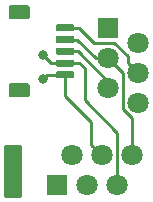
<source format=gtl>
G04 #@! TF.GenerationSoftware,KiCad,Pcbnew,5.0.2-bee76a0~70~ubuntu18.04.1*
G04 #@! TF.CreationDate,2018-12-18T05:27:10+01:00*
G04 #@! TF.ProjectId,myoelectronics_spi_harness_to_motor_controller_adapter,6d796f65-6c65-4637-9472-6f6e6963735f,rev?*
G04 #@! TF.SameCoordinates,Original*
G04 #@! TF.FileFunction,Copper,L1,Top*
G04 #@! TF.FilePolarity,Positive*
%FSLAX46Y46*%
G04 Gerber Fmt 4.6, Leading zero omitted, Abs format (unit mm)*
G04 Created by KiCad (PCBNEW 5.0.2-bee76a0~70~ubuntu18.04.1) date Tue 18 Dec 2018 05:27:10 CET*
%MOMM*%
%LPD*%
G01*
G04 APERTURE LIST*
G04 #@! TA.AperFunction,ComponentPad*
%ADD10C,1.800000*%
G04 #@! TD*
G04 #@! TA.AperFunction,ComponentPad*
%ADD11R,1.800000X1.800000*%
G04 #@! TD*
G04 #@! TA.AperFunction,Conductor*
%ADD12C,0.100000*%
G04 #@! TD*
G04 #@! TA.AperFunction,SMDPad,CuDef*
%ADD13C,0.600000*%
G04 #@! TD*
G04 #@! TA.AperFunction,SMDPad,CuDef*
%ADD14C,1.200000*%
G04 #@! TD*
G04 #@! TA.AperFunction,ViaPad*
%ADD15C,0.800000*%
G04 #@! TD*
G04 #@! TA.AperFunction,Conductor*
%ADD16C,0.250000*%
G04 #@! TD*
G04 #@! TA.AperFunction,NonConductor*
%ADD17C,0.254000*%
G04 #@! TD*
G04 APERTURE END LIST*
D10*
G04 #@! TO.P,SPI_OUT2,4*
G04 #@! TO.N,/MISO*
X135560000Y-89460000D03*
G04 #@! TO.P,SPI_OUT2,3*
G04 #@! TO.N,/SS*
X134290000Y-92000000D03*
G04 #@! TO.P,SPI_OUT2,2*
G04 #@! TO.N,/GND*
X133020000Y-89460000D03*
D11*
G04 #@! TO.P,SPI_OUT2,1*
G04 #@! TO.N,Net-(J3-Pad1)*
X131750000Y-92000000D03*
D10*
G04 #@! TO.P,SPI_OUT2,5*
G04 #@! TO.N,/MOSI*
X136830000Y-92000000D03*
G04 #@! TO.P,SPI_OUT2,6*
G04 #@! TO.N,/SCK*
X138100000Y-89460000D03*
G04 #@! TD*
G04 #@! TO.P,SPI_IN,6*
G04 #@! TO.N,/GND*
X138665001Y-85050001D03*
G04 #@! TO.P,SPI_IN,5*
G04 #@! TO.N,/SS*
X136125001Y-83780001D03*
D11*
G04 #@! TO.P,SPI_IN,1*
G04 #@! TO.N,/MOSI*
X136125001Y-78700001D03*
D10*
G04 #@! TO.P,SPI_IN,2*
G04 #@! TO.N,/MISO*
X138665001Y-79970001D03*
G04 #@! TO.P,SPI_IN,3*
G04 #@! TO.N,/SCK*
X136125001Y-81240001D03*
G04 #@! TO.P,SPI_IN,4*
G04 #@! TO.N,/GND*
X138665001Y-82510001D03*
G04 #@! TD*
D12*
G04 #@! TO.N,/GND*
G04 #@! TO.C,SPI_OUT1*
G36*
X133089703Y-78350722D02*
X133104264Y-78352882D01*
X133118543Y-78356459D01*
X133132403Y-78361418D01*
X133145710Y-78367712D01*
X133158336Y-78375280D01*
X133170159Y-78384048D01*
X133181066Y-78393934D01*
X133190952Y-78404841D01*
X133199720Y-78416664D01*
X133207288Y-78429290D01*
X133213582Y-78442597D01*
X133218541Y-78456457D01*
X133222118Y-78470736D01*
X133224278Y-78485297D01*
X133225000Y-78500000D01*
X133225000Y-78800000D01*
X133224278Y-78814703D01*
X133222118Y-78829264D01*
X133218541Y-78843543D01*
X133213582Y-78857403D01*
X133207288Y-78870710D01*
X133199720Y-78883336D01*
X133190952Y-78895159D01*
X133181066Y-78906066D01*
X133170159Y-78915952D01*
X133158336Y-78924720D01*
X133145710Y-78932288D01*
X133132403Y-78938582D01*
X133118543Y-78943541D01*
X133104264Y-78947118D01*
X133089703Y-78949278D01*
X133075000Y-78950000D01*
X131825000Y-78950000D01*
X131810297Y-78949278D01*
X131795736Y-78947118D01*
X131781457Y-78943541D01*
X131767597Y-78938582D01*
X131754290Y-78932288D01*
X131741664Y-78924720D01*
X131729841Y-78915952D01*
X131718934Y-78906066D01*
X131709048Y-78895159D01*
X131700280Y-78883336D01*
X131692712Y-78870710D01*
X131686418Y-78857403D01*
X131681459Y-78843543D01*
X131677882Y-78829264D01*
X131675722Y-78814703D01*
X131675000Y-78800000D01*
X131675000Y-78500000D01*
X131675722Y-78485297D01*
X131677882Y-78470736D01*
X131681459Y-78456457D01*
X131686418Y-78442597D01*
X131692712Y-78429290D01*
X131700280Y-78416664D01*
X131709048Y-78404841D01*
X131718934Y-78393934D01*
X131729841Y-78384048D01*
X131741664Y-78375280D01*
X131754290Y-78367712D01*
X131767597Y-78361418D01*
X131781457Y-78356459D01*
X131795736Y-78352882D01*
X131810297Y-78350722D01*
X131825000Y-78350000D01*
X133075000Y-78350000D01*
X133089703Y-78350722D01*
X133089703Y-78350722D01*
G37*
D13*
G04 #@! TD*
G04 #@! TO.P,SPI_OUT1,1*
G04 #@! TO.N,/GND*
X132450000Y-78650000D03*
D12*
G04 #@! TO.N,/SCK*
G04 #@! TO.C,SPI_OUT1*
G36*
X133089703Y-79350722D02*
X133104264Y-79352882D01*
X133118543Y-79356459D01*
X133132403Y-79361418D01*
X133145710Y-79367712D01*
X133158336Y-79375280D01*
X133170159Y-79384048D01*
X133181066Y-79393934D01*
X133190952Y-79404841D01*
X133199720Y-79416664D01*
X133207288Y-79429290D01*
X133213582Y-79442597D01*
X133218541Y-79456457D01*
X133222118Y-79470736D01*
X133224278Y-79485297D01*
X133225000Y-79500000D01*
X133225000Y-79800000D01*
X133224278Y-79814703D01*
X133222118Y-79829264D01*
X133218541Y-79843543D01*
X133213582Y-79857403D01*
X133207288Y-79870710D01*
X133199720Y-79883336D01*
X133190952Y-79895159D01*
X133181066Y-79906066D01*
X133170159Y-79915952D01*
X133158336Y-79924720D01*
X133145710Y-79932288D01*
X133132403Y-79938582D01*
X133118543Y-79943541D01*
X133104264Y-79947118D01*
X133089703Y-79949278D01*
X133075000Y-79950000D01*
X131825000Y-79950000D01*
X131810297Y-79949278D01*
X131795736Y-79947118D01*
X131781457Y-79943541D01*
X131767597Y-79938582D01*
X131754290Y-79932288D01*
X131741664Y-79924720D01*
X131729841Y-79915952D01*
X131718934Y-79906066D01*
X131709048Y-79895159D01*
X131700280Y-79883336D01*
X131692712Y-79870710D01*
X131686418Y-79857403D01*
X131681459Y-79843543D01*
X131677882Y-79829264D01*
X131675722Y-79814703D01*
X131675000Y-79800000D01*
X131675000Y-79500000D01*
X131675722Y-79485297D01*
X131677882Y-79470736D01*
X131681459Y-79456457D01*
X131686418Y-79442597D01*
X131692712Y-79429290D01*
X131700280Y-79416664D01*
X131709048Y-79404841D01*
X131718934Y-79393934D01*
X131729841Y-79384048D01*
X131741664Y-79375280D01*
X131754290Y-79367712D01*
X131767597Y-79361418D01*
X131781457Y-79356459D01*
X131795736Y-79352882D01*
X131810297Y-79350722D01*
X131825000Y-79350000D01*
X133075000Y-79350000D01*
X133089703Y-79350722D01*
X133089703Y-79350722D01*
G37*
D13*
G04 #@! TD*
G04 #@! TO.P,SPI_OUT1,2*
G04 #@! TO.N,/SCK*
X132450000Y-79650000D03*
D12*
G04 #@! TO.N,/SS*
G04 #@! TO.C,SPI_OUT1*
G36*
X133089703Y-80350722D02*
X133104264Y-80352882D01*
X133118543Y-80356459D01*
X133132403Y-80361418D01*
X133145710Y-80367712D01*
X133158336Y-80375280D01*
X133170159Y-80384048D01*
X133181066Y-80393934D01*
X133190952Y-80404841D01*
X133199720Y-80416664D01*
X133207288Y-80429290D01*
X133213582Y-80442597D01*
X133218541Y-80456457D01*
X133222118Y-80470736D01*
X133224278Y-80485297D01*
X133225000Y-80500000D01*
X133225000Y-80800000D01*
X133224278Y-80814703D01*
X133222118Y-80829264D01*
X133218541Y-80843543D01*
X133213582Y-80857403D01*
X133207288Y-80870710D01*
X133199720Y-80883336D01*
X133190952Y-80895159D01*
X133181066Y-80906066D01*
X133170159Y-80915952D01*
X133158336Y-80924720D01*
X133145710Y-80932288D01*
X133132403Y-80938582D01*
X133118543Y-80943541D01*
X133104264Y-80947118D01*
X133089703Y-80949278D01*
X133075000Y-80950000D01*
X131825000Y-80950000D01*
X131810297Y-80949278D01*
X131795736Y-80947118D01*
X131781457Y-80943541D01*
X131767597Y-80938582D01*
X131754290Y-80932288D01*
X131741664Y-80924720D01*
X131729841Y-80915952D01*
X131718934Y-80906066D01*
X131709048Y-80895159D01*
X131700280Y-80883336D01*
X131692712Y-80870710D01*
X131686418Y-80857403D01*
X131681459Y-80843543D01*
X131677882Y-80829264D01*
X131675722Y-80814703D01*
X131675000Y-80800000D01*
X131675000Y-80500000D01*
X131675722Y-80485297D01*
X131677882Y-80470736D01*
X131681459Y-80456457D01*
X131686418Y-80442597D01*
X131692712Y-80429290D01*
X131700280Y-80416664D01*
X131709048Y-80404841D01*
X131718934Y-80393934D01*
X131729841Y-80384048D01*
X131741664Y-80375280D01*
X131754290Y-80367712D01*
X131767597Y-80361418D01*
X131781457Y-80356459D01*
X131795736Y-80352882D01*
X131810297Y-80350722D01*
X131825000Y-80350000D01*
X133075000Y-80350000D01*
X133089703Y-80350722D01*
X133089703Y-80350722D01*
G37*
D13*
G04 #@! TD*
G04 #@! TO.P,SPI_OUT1,3*
G04 #@! TO.N,/SS*
X132450000Y-80650000D03*
D12*
G04 #@! TO.N,/MOSI*
G04 #@! TO.C,SPI_OUT1*
G36*
X133089703Y-81350722D02*
X133104264Y-81352882D01*
X133118543Y-81356459D01*
X133132403Y-81361418D01*
X133145710Y-81367712D01*
X133158336Y-81375280D01*
X133170159Y-81384048D01*
X133181066Y-81393934D01*
X133190952Y-81404841D01*
X133199720Y-81416664D01*
X133207288Y-81429290D01*
X133213582Y-81442597D01*
X133218541Y-81456457D01*
X133222118Y-81470736D01*
X133224278Y-81485297D01*
X133225000Y-81500000D01*
X133225000Y-81800000D01*
X133224278Y-81814703D01*
X133222118Y-81829264D01*
X133218541Y-81843543D01*
X133213582Y-81857403D01*
X133207288Y-81870710D01*
X133199720Y-81883336D01*
X133190952Y-81895159D01*
X133181066Y-81906066D01*
X133170159Y-81915952D01*
X133158336Y-81924720D01*
X133145710Y-81932288D01*
X133132403Y-81938582D01*
X133118543Y-81943541D01*
X133104264Y-81947118D01*
X133089703Y-81949278D01*
X133075000Y-81950000D01*
X131825000Y-81950000D01*
X131810297Y-81949278D01*
X131795736Y-81947118D01*
X131781457Y-81943541D01*
X131767597Y-81938582D01*
X131754290Y-81932288D01*
X131741664Y-81924720D01*
X131729841Y-81915952D01*
X131718934Y-81906066D01*
X131709048Y-81895159D01*
X131700280Y-81883336D01*
X131692712Y-81870710D01*
X131686418Y-81857403D01*
X131681459Y-81843543D01*
X131677882Y-81829264D01*
X131675722Y-81814703D01*
X131675000Y-81800000D01*
X131675000Y-81500000D01*
X131675722Y-81485297D01*
X131677882Y-81470736D01*
X131681459Y-81456457D01*
X131686418Y-81442597D01*
X131692712Y-81429290D01*
X131700280Y-81416664D01*
X131709048Y-81404841D01*
X131718934Y-81393934D01*
X131729841Y-81384048D01*
X131741664Y-81375280D01*
X131754290Y-81367712D01*
X131767597Y-81361418D01*
X131781457Y-81356459D01*
X131795736Y-81352882D01*
X131810297Y-81350722D01*
X131825000Y-81350000D01*
X133075000Y-81350000D01*
X133089703Y-81350722D01*
X133089703Y-81350722D01*
G37*
D13*
G04 #@! TD*
G04 #@! TO.P,SPI_OUT1,4*
G04 #@! TO.N,/MOSI*
X132450000Y-81650000D03*
D12*
G04 #@! TO.N,/MISO*
G04 #@! TO.C,SPI_OUT1*
G36*
X133089703Y-82350722D02*
X133104264Y-82352882D01*
X133118543Y-82356459D01*
X133132403Y-82361418D01*
X133145710Y-82367712D01*
X133158336Y-82375280D01*
X133170159Y-82384048D01*
X133181066Y-82393934D01*
X133190952Y-82404841D01*
X133199720Y-82416664D01*
X133207288Y-82429290D01*
X133213582Y-82442597D01*
X133218541Y-82456457D01*
X133222118Y-82470736D01*
X133224278Y-82485297D01*
X133225000Y-82500000D01*
X133225000Y-82800000D01*
X133224278Y-82814703D01*
X133222118Y-82829264D01*
X133218541Y-82843543D01*
X133213582Y-82857403D01*
X133207288Y-82870710D01*
X133199720Y-82883336D01*
X133190952Y-82895159D01*
X133181066Y-82906066D01*
X133170159Y-82915952D01*
X133158336Y-82924720D01*
X133145710Y-82932288D01*
X133132403Y-82938582D01*
X133118543Y-82943541D01*
X133104264Y-82947118D01*
X133089703Y-82949278D01*
X133075000Y-82950000D01*
X131825000Y-82950000D01*
X131810297Y-82949278D01*
X131795736Y-82947118D01*
X131781457Y-82943541D01*
X131767597Y-82938582D01*
X131754290Y-82932288D01*
X131741664Y-82924720D01*
X131729841Y-82915952D01*
X131718934Y-82906066D01*
X131709048Y-82895159D01*
X131700280Y-82883336D01*
X131692712Y-82870710D01*
X131686418Y-82857403D01*
X131681459Y-82843543D01*
X131677882Y-82829264D01*
X131675722Y-82814703D01*
X131675000Y-82800000D01*
X131675000Y-82500000D01*
X131675722Y-82485297D01*
X131677882Y-82470736D01*
X131681459Y-82456457D01*
X131686418Y-82442597D01*
X131692712Y-82429290D01*
X131700280Y-82416664D01*
X131709048Y-82404841D01*
X131718934Y-82393934D01*
X131729841Y-82384048D01*
X131741664Y-82375280D01*
X131754290Y-82367712D01*
X131767597Y-82361418D01*
X131781457Y-82356459D01*
X131795736Y-82352882D01*
X131810297Y-82350722D01*
X131825000Y-82350000D01*
X133075000Y-82350000D01*
X133089703Y-82350722D01*
X133089703Y-82350722D01*
G37*
D13*
G04 #@! TD*
G04 #@! TO.P,SPI_OUT1,5*
G04 #@! TO.N,/MISO*
X132450000Y-82650000D03*
D12*
G04 #@! TO.N,N/C*
G04 #@! TO.C,SPI_OUT1*
G36*
X129249505Y-76751204D02*
X129273773Y-76754804D01*
X129297572Y-76760765D01*
X129320671Y-76769030D01*
X129342850Y-76779520D01*
X129363893Y-76792132D01*
X129383599Y-76806747D01*
X129401777Y-76823223D01*
X129418253Y-76841401D01*
X129432868Y-76861107D01*
X129445480Y-76882150D01*
X129455970Y-76904329D01*
X129464235Y-76927428D01*
X129470196Y-76951227D01*
X129473796Y-76975495D01*
X129475000Y-76999999D01*
X129475000Y-77700001D01*
X129473796Y-77724505D01*
X129470196Y-77748773D01*
X129464235Y-77772572D01*
X129455970Y-77795671D01*
X129445480Y-77817850D01*
X129432868Y-77838893D01*
X129418253Y-77858599D01*
X129401777Y-77876777D01*
X129383599Y-77893253D01*
X129363893Y-77907868D01*
X129342850Y-77920480D01*
X129320671Y-77930970D01*
X129297572Y-77939235D01*
X129273773Y-77945196D01*
X129249505Y-77948796D01*
X129225001Y-77950000D01*
X127924999Y-77950000D01*
X127900495Y-77948796D01*
X127876227Y-77945196D01*
X127852428Y-77939235D01*
X127829329Y-77930970D01*
X127807150Y-77920480D01*
X127786107Y-77907868D01*
X127766401Y-77893253D01*
X127748223Y-77876777D01*
X127731747Y-77858599D01*
X127717132Y-77838893D01*
X127704520Y-77817850D01*
X127694030Y-77795671D01*
X127685765Y-77772572D01*
X127679804Y-77748773D01*
X127676204Y-77724505D01*
X127675000Y-77700001D01*
X127675000Y-76999999D01*
X127676204Y-76975495D01*
X127679804Y-76951227D01*
X127685765Y-76927428D01*
X127694030Y-76904329D01*
X127704520Y-76882150D01*
X127717132Y-76861107D01*
X127731747Y-76841401D01*
X127748223Y-76823223D01*
X127766401Y-76806747D01*
X127786107Y-76792132D01*
X127807150Y-76779520D01*
X127829329Y-76769030D01*
X127852428Y-76760765D01*
X127876227Y-76754804D01*
X127900495Y-76751204D01*
X127924999Y-76750000D01*
X129225001Y-76750000D01*
X129249505Y-76751204D01*
X129249505Y-76751204D01*
G37*
D14*
G04 #@! TD*
G04 #@! TO.P,SPI_OUT1,MP*
G04 #@! TO.N,N/C*
X128575000Y-77350000D03*
D12*
G04 #@! TO.N,N/C*
G04 #@! TO.C,SPI_OUT1*
G36*
X129249505Y-83351204D02*
X129273773Y-83354804D01*
X129297572Y-83360765D01*
X129320671Y-83369030D01*
X129342850Y-83379520D01*
X129363893Y-83392132D01*
X129383599Y-83406747D01*
X129401777Y-83423223D01*
X129418253Y-83441401D01*
X129432868Y-83461107D01*
X129445480Y-83482150D01*
X129455970Y-83504329D01*
X129464235Y-83527428D01*
X129470196Y-83551227D01*
X129473796Y-83575495D01*
X129475000Y-83599999D01*
X129475000Y-84300001D01*
X129473796Y-84324505D01*
X129470196Y-84348773D01*
X129464235Y-84372572D01*
X129455970Y-84395671D01*
X129445480Y-84417850D01*
X129432868Y-84438893D01*
X129418253Y-84458599D01*
X129401777Y-84476777D01*
X129383599Y-84493253D01*
X129363893Y-84507868D01*
X129342850Y-84520480D01*
X129320671Y-84530970D01*
X129297572Y-84539235D01*
X129273773Y-84545196D01*
X129249505Y-84548796D01*
X129225001Y-84550000D01*
X127924999Y-84550000D01*
X127900495Y-84548796D01*
X127876227Y-84545196D01*
X127852428Y-84539235D01*
X127829329Y-84530970D01*
X127807150Y-84520480D01*
X127786107Y-84507868D01*
X127766401Y-84493253D01*
X127748223Y-84476777D01*
X127731747Y-84458599D01*
X127717132Y-84438893D01*
X127704520Y-84417850D01*
X127694030Y-84395671D01*
X127685765Y-84372572D01*
X127679804Y-84348773D01*
X127676204Y-84324505D01*
X127675000Y-84300001D01*
X127675000Y-83599999D01*
X127676204Y-83575495D01*
X127679804Y-83551227D01*
X127685765Y-83527428D01*
X127694030Y-83504329D01*
X127704520Y-83482150D01*
X127717132Y-83461107D01*
X127731747Y-83441401D01*
X127748223Y-83423223D01*
X127766401Y-83406747D01*
X127786107Y-83392132D01*
X127807150Y-83379520D01*
X127829329Y-83369030D01*
X127852428Y-83360765D01*
X127876227Y-83354804D01*
X127900495Y-83351204D01*
X127924999Y-83350000D01*
X129225001Y-83350000D01*
X129249505Y-83351204D01*
X129249505Y-83351204D01*
G37*
D14*
G04 #@! TD*
G04 #@! TO.P,SPI_OUT1,MP*
G04 #@! TO.N,N/C*
X128575000Y-83950000D03*
D15*
G04 #@! TO.N,/MOSI*
X130600000Y-81000000D03*
G04 #@! TO.N,/MISO*
X130600000Y-82999966D03*
G04 #@! TD*
D16*
G04 #@! TO.N,/GND*
X132500001Y-78700001D02*
X132450000Y-78650000D01*
X137765002Y-81067000D02*
X136623004Y-79925002D01*
X133650000Y-78650000D02*
X132450000Y-78650000D01*
X136623004Y-79925002D02*
X134925002Y-79925002D01*
X138665001Y-82510001D02*
X137765002Y-81610002D01*
X134925002Y-79925002D02*
X133650000Y-78650000D01*
X137765002Y-81610002D02*
X137765002Y-81067000D01*
G04 #@! TO.N,/SS*
X136125001Y-83225001D02*
X133550000Y-80650000D01*
X136125001Y-83780001D02*
X136125001Y-83225001D01*
X133550000Y-80650000D02*
X132450000Y-80650000D01*
G04 #@! TO.N,/MOSI*
X131250000Y-81650000D02*
X132450000Y-81650000D01*
X130600000Y-81000000D02*
X131250000Y-81650000D01*
X136830000Y-92000000D02*
X136830000Y-87530000D01*
X136830000Y-87530000D02*
X134100000Y-84800000D01*
X134100000Y-84800000D02*
X134100000Y-82100000D01*
X133650000Y-81650000D02*
X132450000Y-81650000D01*
X134100000Y-82100000D02*
X133650000Y-81650000D01*
G04 #@! TO.N,/MISO*
X132450000Y-82650000D02*
X130949966Y-82650000D01*
X130949966Y-82650000D02*
X130600000Y-82999966D01*
X134660001Y-88560001D02*
X134660001Y-86660001D01*
X135560000Y-89460000D02*
X134660001Y-88560001D01*
X132450000Y-84450000D02*
X132450000Y-82650000D01*
X134660001Y-86660001D02*
X132450000Y-84450000D01*
G04 #@! TO.N,/SCK*
X133325000Y-79650000D02*
X132450000Y-79650000D01*
X133450000Y-79650000D02*
X133325000Y-79650000D01*
X136125001Y-81240001D02*
X135040001Y-81240001D01*
X135040001Y-81240001D02*
X133450000Y-79650000D01*
X137025000Y-82140000D02*
X136125001Y-81240001D01*
X137350002Y-82465002D02*
X137025000Y-82140000D01*
X137350002Y-85525004D02*
X137350002Y-82465002D01*
X138100000Y-86275002D02*
X137350002Y-85525004D01*
X138100000Y-89460000D02*
X138100000Y-86275002D01*
G04 #@! TD*
D17*
G36*
X128623000Y-92873000D02*
X127377000Y-92873000D01*
X127377000Y-88627000D01*
X128623000Y-88627000D01*
X128623000Y-92873000D01*
X128623000Y-92873000D01*
G37*
X128623000Y-92873000D02*
X127377000Y-92873000D01*
X127377000Y-88627000D01*
X128623000Y-88627000D01*
X128623000Y-92873000D01*
M02*

</source>
